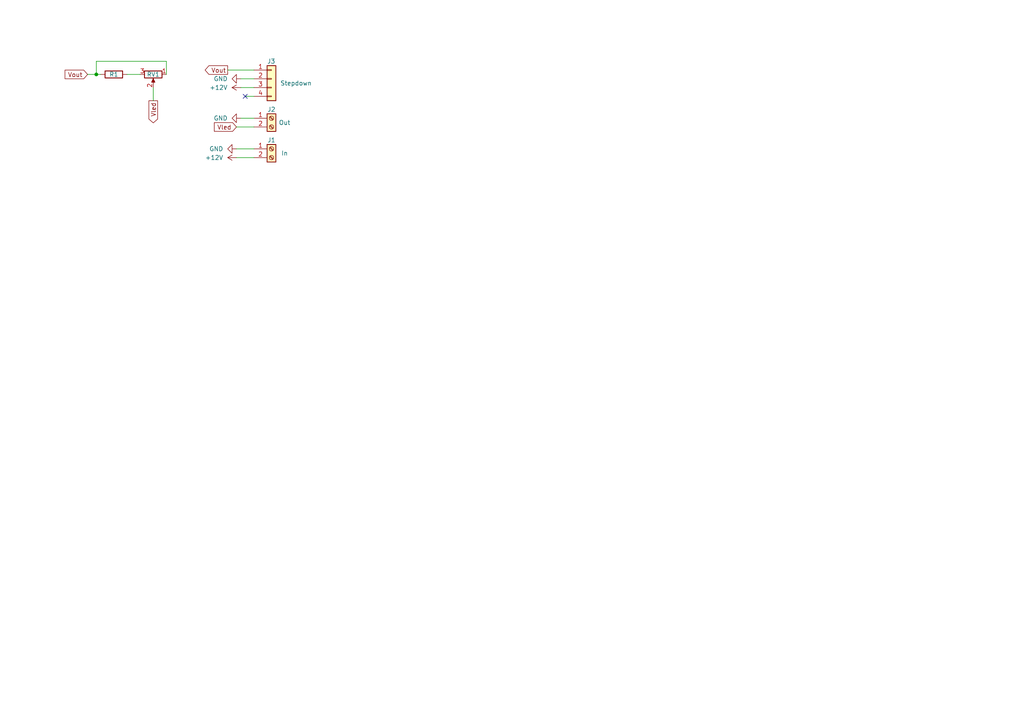
<source format=kicad_sch>
(kicad_sch (version 20211123) (generator eeschema)

  (uuid 1f61eeb3-07c4-4bcb-8569-1401b65a7778)

  (paper "A4")

  (lib_symbols
    (symbol "Connector:Screw_Terminal_01x02" (pin_names (offset 1.016) hide) (in_bom yes) (on_board yes)
      (property "Reference" "J" (id 0) (at 0 2.54 0)
        (effects (font (size 1.27 1.27)))
      )
      (property "Value" "Screw_Terminal_01x02" (id 1) (at 0 -5.08 0)
        (effects (font (size 1.27 1.27)))
      )
      (property "Footprint" "" (id 2) (at 0 0 0)
        (effects (font (size 1.27 1.27)) hide)
      )
      (property "Datasheet" "~" (id 3) (at 0 0 0)
        (effects (font (size 1.27 1.27)) hide)
      )
      (property "ki_keywords" "screw terminal" (id 4) (at 0 0 0)
        (effects (font (size 1.27 1.27)) hide)
      )
      (property "ki_description" "Generic screw terminal, single row, 01x02, script generated (kicad-library-utils/schlib/autogen/connector/)" (id 5) (at 0 0 0)
        (effects (font (size 1.27 1.27)) hide)
      )
      (property "ki_fp_filters" "TerminalBlock*:*" (id 6) (at 0 0 0)
        (effects (font (size 1.27 1.27)) hide)
      )
      (symbol "Screw_Terminal_01x02_1_1"
        (rectangle (start -1.27 1.27) (end 1.27 -3.81)
          (stroke (width 0.254) (type default) (color 0 0 0 0))
          (fill (type background))
        )
        (circle (center 0 -2.54) (radius 0.635)
          (stroke (width 0.1524) (type default) (color 0 0 0 0))
          (fill (type none))
        )
        (polyline
          (pts
            (xy -0.5334 -2.2098)
            (xy 0.3302 -3.048)
          )
          (stroke (width 0.1524) (type default) (color 0 0 0 0))
          (fill (type none))
        )
        (polyline
          (pts
            (xy -0.5334 0.3302)
            (xy 0.3302 -0.508)
          )
          (stroke (width 0.1524) (type default) (color 0 0 0 0))
          (fill (type none))
        )
        (polyline
          (pts
            (xy -0.3556 -2.032)
            (xy 0.508 -2.8702)
          )
          (stroke (width 0.1524) (type default) (color 0 0 0 0))
          (fill (type none))
        )
        (polyline
          (pts
            (xy -0.3556 0.508)
            (xy 0.508 -0.3302)
          )
          (stroke (width 0.1524) (type default) (color 0 0 0 0))
          (fill (type none))
        )
        (circle (center 0 0) (radius 0.635)
          (stroke (width 0.1524) (type default) (color 0 0 0 0))
          (fill (type none))
        )
        (pin passive line (at -5.08 0 0) (length 3.81)
          (name "Pin_1" (effects (font (size 1.27 1.27))))
          (number "1" (effects (font (size 1.27 1.27))))
        )
        (pin passive line (at -5.08 -2.54 0) (length 3.81)
          (name "Pin_2" (effects (font (size 1.27 1.27))))
          (number "2" (effects (font (size 1.27 1.27))))
        )
      )
    )
    (symbol "Connector_Generic:Conn_01x04" (pin_names (offset 1.016) hide) (in_bom yes) (on_board yes)
      (property "Reference" "J" (id 0) (at 0 5.08 0)
        (effects (font (size 1.27 1.27)))
      )
      (property "Value" "Conn_01x04" (id 1) (at 0 -7.62 0)
        (effects (font (size 1.27 1.27)))
      )
      (property "Footprint" "" (id 2) (at 0 0 0)
        (effects (font (size 1.27 1.27)) hide)
      )
      (property "Datasheet" "~" (id 3) (at 0 0 0)
        (effects (font (size 1.27 1.27)) hide)
      )
      (property "ki_keywords" "connector" (id 4) (at 0 0 0)
        (effects (font (size 1.27 1.27)) hide)
      )
      (property "ki_description" "Generic connector, single row, 01x04, script generated (kicad-library-utils/schlib/autogen/connector/)" (id 5) (at 0 0 0)
        (effects (font (size 1.27 1.27)) hide)
      )
      (property "ki_fp_filters" "Connector*:*_1x??_*" (id 6) (at 0 0 0)
        (effects (font (size 1.27 1.27)) hide)
      )
      (symbol "Conn_01x04_1_1"
        (rectangle (start -1.27 -4.953) (end 0 -5.207)
          (stroke (width 0.1524) (type default) (color 0 0 0 0))
          (fill (type none))
        )
        (rectangle (start -1.27 -2.413) (end 0 -2.667)
          (stroke (width 0.1524) (type default) (color 0 0 0 0))
          (fill (type none))
        )
        (rectangle (start -1.27 0.127) (end 0 -0.127)
          (stroke (width 0.1524) (type default) (color 0 0 0 0))
          (fill (type none))
        )
        (rectangle (start -1.27 2.667) (end 0 2.413)
          (stroke (width 0.1524) (type default) (color 0 0 0 0))
          (fill (type none))
        )
        (rectangle (start -1.27 3.81) (end 1.27 -6.35)
          (stroke (width 0.254) (type default) (color 0 0 0 0))
          (fill (type background))
        )
        (pin passive line (at -5.08 2.54 0) (length 3.81)
          (name "Pin_1" (effects (font (size 1.27 1.27))))
          (number "1" (effects (font (size 1.27 1.27))))
        )
        (pin passive line (at -5.08 0 0) (length 3.81)
          (name "Pin_2" (effects (font (size 1.27 1.27))))
          (number "2" (effects (font (size 1.27 1.27))))
        )
        (pin passive line (at -5.08 -2.54 0) (length 3.81)
          (name "Pin_3" (effects (font (size 1.27 1.27))))
          (number "3" (effects (font (size 1.27 1.27))))
        )
        (pin passive line (at -5.08 -5.08 0) (length 3.81)
          (name "Pin_4" (effects (font (size 1.27 1.27))))
          (number "4" (effects (font (size 1.27 1.27))))
        )
      )
    )
    (symbol "Device:R" (pin_numbers hide) (pin_names (offset 0)) (in_bom yes) (on_board yes)
      (property "Reference" "R" (id 0) (at 2.032 0 90)
        (effects (font (size 1.27 1.27)))
      )
      (property "Value" "R" (id 1) (at 0 0 90)
        (effects (font (size 1.27 1.27)))
      )
      (property "Footprint" "" (id 2) (at -1.778 0 90)
        (effects (font (size 1.27 1.27)) hide)
      )
      (property "Datasheet" "~" (id 3) (at 0 0 0)
        (effects (font (size 1.27 1.27)) hide)
      )
      (property "ki_keywords" "R res resistor" (id 4) (at 0 0 0)
        (effects (font (size 1.27 1.27)) hide)
      )
      (property "ki_description" "Resistor" (id 5) (at 0 0 0)
        (effects (font (size 1.27 1.27)) hide)
      )
      (property "ki_fp_filters" "R_*" (id 6) (at 0 0 0)
        (effects (font (size 1.27 1.27)) hide)
      )
      (symbol "R_0_1"
        (rectangle (start -1.016 -2.54) (end 1.016 2.54)
          (stroke (width 0.254) (type default) (color 0 0 0 0))
          (fill (type none))
        )
      )
      (symbol "R_1_1"
        (pin passive line (at 0 3.81 270) (length 1.27)
          (name "~" (effects (font (size 1.27 1.27))))
          (number "1" (effects (font (size 1.27 1.27))))
        )
        (pin passive line (at 0 -3.81 90) (length 1.27)
          (name "~" (effects (font (size 1.27 1.27))))
          (number "2" (effects (font (size 1.27 1.27))))
        )
      )
    )
    (symbol "Device:R_Potentiometer" (pin_names (offset 1.016) hide) (in_bom yes) (on_board yes)
      (property "Reference" "RV" (id 0) (at -4.445 0 90)
        (effects (font (size 1.27 1.27)))
      )
      (property "Value" "R_Potentiometer" (id 1) (at -2.54 0 90)
        (effects (font (size 1.27 1.27)))
      )
      (property "Footprint" "" (id 2) (at 0 0 0)
        (effects (font (size 1.27 1.27)) hide)
      )
      (property "Datasheet" "~" (id 3) (at 0 0 0)
        (effects (font (size 1.27 1.27)) hide)
      )
      (property "ki_keywords" "resistor variable" (id 4) (at 0 0 0)
        (effects (font (size 1.27 1.27)) hide)
      )
      (property "ki_description" "Potentiometer" (id 5) (at 0 0 0)
        (effects (font (size 1.27 1.27)) hide)
      )
      (property "ki_fp_filters" "Potentiometer*" (id 6) (at 0 0 0)
        (effects (font (size 1.27 1.27)) hide)
      )
      (symbol "R_Potentiometer_0_1"
        (polyline
          (pts
            (xy 2.54 0)
            (xy 1.524 0)
          )
          (stroke (width 0) (type default) (color 0 0 0 0))
          (fill (type none))
        )
        (polyline
          (pts
            (xy 1.143 0)
            (xy 2.286 0.508)
            (xy 2.286 -0.508)
            (xy 1.143 0)
          )
          (stroke (width 0) (type default) (color 0 0 0 0))
          (fill (type outline))
        )
        (rectangle (start 1.016 2.54) (end -1.016 -2.54)
          (stroke (width 0.254) (type default) (color 0 0 0 0))
          (fill (type none))
        )
      )
      (symbol "R_Potentiometer_1_1"
        (pin passive line (at 0 3.81 270) (length 1.27)
          (name "1" (effects (font (size 1.27 1.27))))
          (number "1" (effects (font (size 1.27 1.27))))
        )
        (pin passive line (at 3.81 0 180) (length 1.27)
          (name "2" (effects (font (size 1.27 1.27))))
          (number "2" (effects (font (size 1.27 1.27))))
        )
        (pin passive line (at 0 -3.81 90) (length 1.27)
          (name "3" (effects (font (size 1.27 1.27))))
          (number "3" (effects (font (size 1.27 1.27))))
        )
      )
    )
    (symbol "power:+12V" (power) (pin_names (offset 0)) (in_bom yes) (on_board yes)
      (property "Reference" "#PWR" (id 0) (at 0 -3.81 0)
        (effects (font (size 1.27 1.27)) hide)
      )
      (property "Value" "+12V" (id 1) (at 0 3.556 0)
        (effects (font (size 1.27 1.27)))
      )
      (property "Footprint" "" (id 2) (at 0 0 0)
        (effects (font (size 1.27 1.27)) hide)
      )
      (property "Datasheet" "" (id 3) (at 0 0 0)
        (effects (font (size 1.27 1.27)) hide)
      )
      (property "ki_keywords" "power-flag" (id 4) (at 0 0 0)
        (effects (font (size 1.27 1.27)) hide)
      )
      (property "ki_description" "Power symbol creates a global label with name \"+12V\"" (id 5) (at 0 0 0)
        (effects (font (size 1.27 1.27)) hide)
      )
      (symbol "+12V_0_1"
        (polyline
          (pts
            (xy -0.762 1.27)
            (xy 0 2.54)
          )
          (stroke (width 0) (type default) (color 0 0 0 0))
          (fill (type none))
        )
        (polyline
          (pts
            (xy 0 0)
            (xy 0 2.54)
          )
          (stroke (width 0) (type default) (color 0 0 0 0))
          (fill (type none))
        )
        (polyline
          (pts
            (xy 0 2.54)
            (xy 0.762 1.27)
          )
          (stroke (width 0) (type default) (color 0 0 0 0))
          (fill (type none))
        )
      )
      (symbol "+12V_1_1"
        (pin power_in line (at 0 0 90) (length 0) hide
          (name "+12V" (effects (font (size 1.27 1.27))))
          (number "1" (effects (font (size 1.27 1.27))))
        )
      )
    )
    (symbol "power:GND" (power) (pin_names (offset 0)) (in_bom yes) (on_board yes)
      (property "Reference" "#PWR" (id 0) (at 0 -6.35 0)
        (effects (font (size 1.27 1.27)) hide)
      )
      (property "Value" "GND" (id 1) (at 0 -3.81 0)
        (effects (font (size 1.27 1.27)))
      )
      (property "Footprint" "" (id 2) (at 0 0 0)
        (effects (font (size 1.27 1.27)) hide)
      )
      (property "Datasheet" "" (id 3) (at 0 0 0)
        (effects (font (size 1.27 1.27)) hide)
      )
      (property "ki_keywords" "power-flag" (id 4) (at 0 0 0)
        (effects (font (size 1.27 1.27)) hide)
      )
      (property "ki_description" "Power symbol creates a global label with name \"GND\" , ground" (id 5) (at 0 0 0)
        (effects (font (size 1.27 1.27)) hide)
      )
      (symbol "GND_0_1"
        (polyline
          (pts
            (xy 0 0)
            (xy 0 -1.27)
            (xy 1.27 -1.27)
            (xy 0 -2.54)
            (xy -1.27 -1.27)
            (xy 0 -1.27)
          )
          (stroke (width 0) (type default) (color 0 0 0 0))
          (fill (type none))
        )
      )
      (symbol "GND_1_1"
        (pin power_in line (at 0 0 270) (length 0) hide
          (name "GND" (effects (font (size 1.27 1.27))))
          (number "1" (effects (font (size 1.27 1.27))))
        )
      )
    )
  )

  (junction (at 27.94 21.59) (diameter 0) (color 0 0 0 0)
    (uuid 8e133433-b58f-4f07-918e-8ff1968d04df)
  )

  (no_connect (at 71.12 27.94) (uuid d67600f4-24b7-4415-9d20-2ce6d35afd01))

  (wire (pts (xy 27.94 21.59) (xy 29.21 21.59))
    (stroke (width 0) (type default) (color 0 0 0 0))
    (uuid 04129a14-090b-4cfd-a142-9650fe464ee2)
  )
  (wire (pts (xy 71.12 27.94) (xy 73.66 27.94))
    (stroke (width 0) (type default) (color 0 0 0 0))
    (uuid 16fb2744-5eac-4b18-a1e6-bbedf2faa368)
  )
  (wire (pts (xy 73.66 43.18) (xy 68.58 43.18))
    (stroke (width 0) (type default) (color 0 0 0 0))
    (uuid 22c5d52f-8608-48e0-8edf-e23536e12f5f)
  )
  (wire (pts (xy 48.26 17.78) (xy 27.94 17.78))
    (stroke (width 0) (type default) (color 0 0 0 0))
    (uuid 27ade93f-995e-4bd1-8a43-258afcf37007)
  )
  (wire (pts (xy 36.83 21.59) (xy 40.64 21.59))
    (stroke (width 0) (type default) (color 0 0 0 0))
    (uuid 31e04f88-5a10-4245-8899-f5d4a95a572b)
  )
  (wire (pts (xy 44.45 25.4) (xy 44.45 29.21))
    (stroke (width 0) (type default) (color 0 0 0 0))
    (uuid 36eb2648-b564-46e7-b059-61a0e7ac7aa1)
  )
  (wire (pts (xy 73.66 45.72) (xy 68.58 45.72))
    (stroke (width 0) (type default) (color 0 0 0 0))
    (uuid 55f58d59-3e9a-498b-bab1-a93585ab5031)
  )
  (wire (pts (xy 73.66 34.29) (xy 69.85 34.29))
    (stroke (width 0) (type default) (color 0 0 0 0))
    (uuid 8ca0befd-42f5-4e79-aed1-2ec105b7ba8a)
  )
  (wire (pts (xy 69.85 25.4) (xy 73.66 25.4))
    (stroke (width 0) (type default) (color 0 0 0 0))
    (uuid b56a03d1-0cb5-483b-8a1b-bdd9106f539c)
  )
  (wire (pts (xy 69.85 22.86) (xy 73.66 22.86))
    (stroke (width 0) (type default) (color 0 0 0 0))
    (uuid ce785069-d58b-461a-87e9-ee04848fd0df)
  )
  (wire (pts (xy 27.94 17.78) (xy 27.94 21.59))
    (stroke (width 0) (type default) (color 0 0 0 0))
    (uuid d4600326-00db-4145-be6d-4d803a976331)
  )
  (wire (pts (xy 48.26 21.59) (xy 48.26 17.78))
    (stroke (width 0) (type default) (color 0 0 0 0))
    (uuid d786f45c-9253-4932-afad-b25444a86ec0)
  )
  (wire (pts (xy 66.04 20.32) (xy 73.66 20.32))
    (stroke (width 0) (type default) (color 0 0 0 0))
    (uuid e5fdcda7-7010-49e5-ab4b-4af39e7ac75c)
  )
  (wire (pts (xy 73.66 36.83) (xy 68.58 36.83))
    (stroke (width 0) (type default) (color 0 0 0 0))
    (uuid eb817b9a-5e03-496e-8af7-bbc43ad9665c)
  )
  (wire (pts (xy 25.4 21.59) (xy 27.94 21.59))
    (stroke (width 0) (type default) (color 0 0 0 0))
    (uuid ec57659f-3fe3-4a3b-ab2b-c9e09123fda8)
  )

  (global_label "Vled" (shape output) (at 44.45 29.21 270) (fields_autoplaced)
    (effects (font (size 1.27 1.27)) (justify right))
    (uuid 03a62e54-77dd-4ba4-bc8f-7100f8759b54)
    (property "Intersheet References" "${INTERSHEET_REFS}" (id 0) (at 44.3706 35.6145 90)
      (effects (font (size 1.27 1.27)) (justify right) hide)
    )
  )
  (global_label "Vout" (shape input) (at 25.4 21.59 180) (fields_autoplaced)
    (effects (font (size 1.27 1.27)) (justify right))
    (uuid 80af01e6-fafc-44ad-a2de-3db19ea153e2)
    (property "Intersheet References" "${INTERSHEET_REFS}" (id 0) (at 18.8745 21.5106 0)
      (effects (font (size 1.27 1.27)) (justify right) hide)
    )
  )
  (global_label "Vled" (shape input) (at 68.58 36.83 180) (fields_autoplaced)
    (effects (font (size 1.27 1.27)) (justify right))
    (uuid b03740f2-9f42-49f9-8452-7e5dcd558cfc)
    (property "Intersheet References" "${INTERSHEET_REFS}" (id 0) (at 62.1755 36.9094 0)
      (effects (font (size 1.27 1.27)) (justify right) hide)
    )
  )
  (global_label "Vout" (shape output) (at 66.04 20.32 180) (fields_autoplaced)
    (effects (font (size 1.27 1.27)) (justify right))
    (uuid fdf878c0-5542-4e8f-9a4c-a384e2cac25b)
    (property "Intersheet References" "${INTERSHEET_REFS}" (id 0) (at 59.5145 20.2406 0)
      (effects (font (size 1.27 1.27)) (justify right) hide)
    )
  )

  (symbol (lib_id "Connector_Generic:Conn_01x04") (at 78.74 22.86 0) (unit 1)
    (in_bom yes) (on_board yes)
    (uuid 38905957-3f53-4d15-8d99-c5e85de79c69)
    (property "Reference" "J3" (id 0) (at 77.47 17.78 0)
      (effects (font (size 1.27 1.27)) (justify left))
    )
    (property "Value" "Stepdown" (id 1) (at 81.28 24.13 0)
      (effects (font (size 1.27 1.27)) (justify left))
    )
    (property "Footprint" "Connector_PinHeader_2.54mm:PinHeader_1x04_P2.54mm_Vertical" (id 2) (at 78.74 22.86 0)
      (effects (font (size 1.27 1.27)) hide)
    )
    (property "Datasheet" "~" (id 3) (at 78.74 22.86 0)
      (effects (font (size 1.27 1.27)) hide)
    )
    (pin "1" (uuid 25390dbf-d892-4394-bc28-888e1388eb9e))
    (pin "2" (uuid baa61871-9fee-454f-8c5f-d1dc2e6fc47c))
    (pin "3" (uuid e09b2783-6e79-4277-b280-c592d6112917))
    (pin "4" (uuid 25106bec-4158-4e46-b1c9-6f5fe7e39d0b))
  )

  (symbol (lib_id "Connector:Screw_Terminal_01x02") (at 78.74 34.29 0) (unit 1)
    (in_bom yes) (on_board yes)
    (uuid 5940d014-eb1a-4d85-b76e-052788094c3b)
    (property "Reference" "J2" (id 0) (at 78.74 31.75 0))
    (property "Value" "Out" (id 1) (at 82.55 35.56 0))
    (property "Footprint" "TerminalBlock:TerminalBlock_bornier-2_P5.08mm" (id 2) (at 78.74 34.29 0)
      (effects (font (size 1.27 1.27)) hide)
    )
    (property "Datasheet" "~" (id 3) (at 78.74 34.29 0)
      (effects (font (size 1.27 1.27)) hide)
    )
    (pin "1" (uuid a93e7e75-1d58-4a73-923b-7120d07cb74a))
    (pin "2" (uuid 2d9bb7ea-5ca4-4e7e-a9e4-4203677e037f))
  )

  (symbol (lib_id "power:GND") (at 69.85 34.29 270) (unit 1)
    (in_bom yes) (on_board yes) (fields_autoplaced)
    (uuid 5bee065b-7460-47ea-9e76-3d698888623f)
    (property "Reference" "#PWR0103" (id 0) (at 63.5 34.29 0)
      (effects (font (size 1.27 1.27)) hide)
    )
    (property "Value" "GND" (id 1) (at 66.04 34.2901 90)
      (effects (font (size 1.27 1.27)) (justify right))
    )
    (property "Footprint" "" (id 2) (at 69.85 34.29 0)
      (effects (font (size 1.27 1.27)) hide)
    )
    (property "Datasheet" "" (id 3) (at 69.85 34.29 0)
      (effects (font (size 1.27 1.27)) hide)
    )
    (pin "1" (uuid 92b78a2e-6138-4fd7-804e-2f5390e9abcb))
  )

  (symbol (lib_id "Device:R") (at 33.02 21.59 90) (unit 1)
    (in_bom yes) (on_board yes)
    (uuid 62190ad5-9647-464d-a11b-383fdd7693f4)
    (property "Reference" "R1" (id 0) (at 33.02 21.59 90))
    (property "Value" "R" (id 1) (at 31.7501 24.13 0)
      (effects (font (size 1.27 1.27)) (justify right) hide)
    )
    (property "Footprint" "Resistor_THT:R_Axial_DIN0204_L3.6mm_D1.6mm_P7.62mm_Horizontal" (id 2) (at 33.02 23.368 90)
      (effects (font (size 1.27 1.27)) hide)
    )
    (property "Datasheet" "~" (id 3) (at 33.02 21.59 0)
      (effects (font (size 1.27 1.27)) hide)
    )
    (pin "1" (uuid bd37696d-6e4e-481c-8f39-122408c34178))
    (pin "2" (uuid ed060244-04b4-46e0-9640-31178094112b))
  )

  (symbol (lib_id "Device:R_Potentiometer") (at 44.45 21.59 270) (unit 1)
    (in_bom yes) (on_board yes)
    (uuid 9a186e9d-bc85-4d35-8241-6803dcdd4fd9)
    (property "Reference" "RV1" (id 0) (at 44.45 21.59 90))
    (property "Value" "Pot" (id 1) (at 50.8 22.86 90)
      (effects (font (size 1.27 1.27)) hide)
    )
    (property "Footprint" "Potentiometer_THT:Potentiometer_ACP_CA9-V10_Vertical" (id 2) (at 44.45 21.59 0)
      (effects (font (size 1.27 1.27)) hide)
    )
    (property "Datasheet" "~" (id 3) (at 44.45 21.59 0)
      (effects (font (size 1.27 1.27)) hide)
    )
    (pin "1" (uuid f7aa43cc-6193-4538-bddf-5f7366404b6a))
    (pin "2" (uuid 227829a5-3fb6-4a53-a07e-7c5c9a4d0631))
    (pin "3" (uuid 391a3d14-6da8-4243-b8e1-97aa54309a0f))
  )

  (symbol (lib_id "power:+12V") (at 69.85 25.4 90) (unit 1)
    (in_bom yes) (on_board yes) (fields_autoplaced)
    (uuid a4cb7cd6-6262-49c6-a155-ff39fcee70f0)
    (property "Reference" "#PWR0105" (id 0) (at 73.66 25.4 0)
      (effects (font (size 1.27 1.27)) hide)
    )
    (property "Value" "+12V" (id 1) (at 66.04 25.3999 90)
      (effects (font (size 1.27 1.27)) (justify left))
    )
    (property "Footprint" "" (id 2) (at 69.85 25.4 0)
      (effects (font (size 1.27 1.27)) hide)
    )
    (property "Datasheet" "" (id 3) (at 69.85 25.4 0)
      (effects (font (size 1.27 1.27)) hide)
    )
    (pin "1" (uuid 7a586ee4-71a2-415d-987b-eff0c032334a))
  )

  (symbol (lib_id "Connector:Screw_Terminal_01x02") (at 78.74 43.18 0) (unit 1)
    (in_bom yes) (on_board yes)
    (uuid a79ea868-8351-4d5b-9262-c21b9d229b26)
    (property "Reference" "J1" (id 0) (at 78.74 40.64 0))
    (property "Value" "In" (id 1) (at 82.55 44.45 0))
    (property "Footprint" "TerminalBlock:TerminalBlock_bornier-2_P5.08mm" (id 2) (at 78.74 43.18 0)
      (effects (font (size 1.27 1.27)) hide)
    )
    (property "Datasheet" "~" (id 3) (at 78.74 43.18 0)
      (effects (font (size 1.27 1.27)) hide)
    )
    (pin "1" (uuid 4a742f44-7bcc-40ca-846f-813a7699a727))
    (pin "2" (uuid 429bca7e-e666-4962-bd3c-425a62382468))
  )

  (symbol (lib_id "power:GND") (at 69.85 22.86 270) (unit 1)
    (in_bom yes) (on_board yes) (fields_autoplaced)
    (uuid bfac0157-a216-45c9-80ed-0be98ad26c47)
    (property "Reference" "#PWR0104" (id 0) (at 63.5 22.86 0)
      (effects (font (size 1.27 1.27)) hide)
    )
    (property "Value" "GND" (id 1) (at 66.04 22.8599 90)
      (effects (font (size 1.27 1.27)) (justify right))
    )
    (property "Footprint" "" (id 2) (at 69.85 22.86 0)
      (effects (font (size 1.27 1.27)) hide)
    )
    (property "Datasheet" "" (id 3) (at 69.85 22.86 0)
      (effects (font (size 1.27 1.27)) hide)
    )
    (pin "1" (uuid 89c98c10-7db1-4e2f-a53d-7b7890e4c87f))
  )

  (symbol (lib_id "power:+12V") (at 68.58 45.72 90) (unit 1)
    (in_bom yes) (on_board yes) (fields_autoplaced)
    (uuid c58d655c-9660-419a-b268-f5d1166c7b8b)
    (property "Reference" "#PWR0101" (id 0) (at 72.39 45.72 0)
      (effects (font (size 1.27 1.27)) hide)
    )
    (property "Value" "+12V" (id 1) (at 64.77 45.7201 90)
      (effects (font (size 1.27 1.27)) (justify left))
    )
    (property "Footprint" "" (id 2) (at 68.58 45.72 0)
      (effects (font (size 1.27 1.27)) hide)
    )
    (property "Datasheet" "" (id 3) (at 68.58 45.72 0)
      (effects (font (size 1.27 1.27)) hide)
    )
    (pin "1" (uuid dbb4199c-287f-483c-85eb-b26e38a2fcd7))
  )

  (symbol (lib_id "power:GND") (at 68.58 43.18 270) (unit 1)
    (in_bom yes) (on_board yes) (fields_autoplaced)
    (uuid ca0b683f-01eb-44d4-8a62-98bb4443191f)
    (property "Reference" "#PWR0102" (id 0) (at 62.23 43.18 0)
      (effects (font (size 1.27 1.27)) hide)
    )
    (property "Value" "GND" (id 1) (at 64.77 43.1801 90)
      (effects (font (size 1.27 1.27)) (justify right))
    )
    (property "Footprint" "" (id 2) (at 68.58 43.18 0)
      (effects (font (size 1.27 1.27)) hide)
    )
    (property "Datasheet" "" (id 3) (at 68.58 43.18 0)
      (effects (font (size 1.27 1.27)) hide)
    )
    (pin "1" (uuid f2ae5fda-dfb5-4fde-87e5-f886e21bc821))
  )

  (sheet_instances
    (path "/" (page "1"))
  )

  (symbol_instances
    (path "/c58d655c-9660-419a-b268-f5d1166c7b8b"
      (reference "#PWR0101") (unit 1) (value "+12V") (footprint "")
    )
    (path "/ca0b683f-01eb-44d4-8a62-98bb4443191f"
      (reference "#PWR0102") (unit 1) (value "GND") (footprint "")
    )
    (path "/5bee065b-7460-47ea-9e76-3d698888623f"
      (reference "#PWR0103") (unit 1) (value "GND") (footprint "")
    )
    (path "/bfac0157-a216-45c9-80ed-0be98ad26c47"
      (reference "#PWR0104") (unit 1) (value "GND") (footprint "")
    )
    (path "/a4cb7cd6-6262-49c6-a155-ff39fcee70f0"
      (reference "#PWR0105") (unit 1) (value "+12V") (footprint "")
    )
    (path "/a79ea868-8351-4d5b-9262-c21b9d229b26"
      (reference "J1") (unit 1) (value "In") (footprint "TerminalBlock:TerminalBlock_bornier-2_P5.08mm")
    )
    (path "/5940d014-eb1a-4d85-b76e-052788094c3b"
      (reference "J2") (unit 1) (value "Out") (footprint "TerminalBlock:TerminalBlock_bornier-2_P5.08mm")
    )
    (path "/38905957-3f53-4d15-8d99-c5e85de79c69"
      (reference "J3") (unit 1) (value "Stepdown") (footprint "Connector_PinHeader_2.54mm:PinHeader_1x04_P2.54mm_Vertical")
    )
    (path "/62190ad5-9647-464d-a11b-383fdd7693f4"
      (reference "R1") (unit 1) (value "R") (footprint "Resistor_THT:R_Axial_DIN0204_L3.6mm_D1.6mm_P7.62mm_Horizontal")
    )
    (path "/9a186e9d-bc85-4d35-8241-6803dcdd4fd9"
      (reference "RV1") (unit 1) (value "Pot") (footprint "Potentiometer_THT:Potentiometer_ACP_CA9-V10_Vertical")
    )
  )
)

</source>
